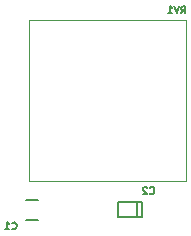
<source format=gbo>
%TF.GenerationSoftware,KiCad,Pcbnew,4.0.4-1.fc24-product*%
%TF.CreationDate,2018-03-01T09:40:41+11:00*%
%TF.ProjectId,BT_STACK,42545F535441434B2E6B696361645F70,rev?*%
%TF.FileFunction,Legend,Bot*%
%FSLAX46Y46*%
G04 Gerber Fmt 4.6, Leading zero omitted, Abs format (unit mm)*
G04 Created by KiCad (PCBNEW 4.0.4-1.fc24-product) date Thu Mar  1 09:40:41 2018*
%MOMM*%
%LPD*%
G01*
G04 APERTURE LIST*
%ADD10C,0.100000*%
%ADD11C,0.150000*%
%ADD12C,0.120000*%
G04 APERTURE END LIST*
D10*
D11*
X145250000Y-86150000D02*
X146250000Y-86150000D01*
X146250000Y-87850000D02*
X145250000Y-87850000D01*
X154635000Y-87635000D02*
X154635000Y-86365000D01*
X152984000Y-87635000D02*
X152984000Y-86365000D01*
X152984000Y-86365000D02*
X155016000Y-86365000D01*
X155016000Y-86365000D02*
X155016000Y-87635000D01*
X155016000Y-87635000D02*
X152984000Y-87635000D01*
D12*
X158750000Y-84560000D02*
X158750000Y-70940000D01*
X145440000Y-84560000D02*
X145440000Y-70940000D01*
X158750000Y-84560000D02*
X145440000Y-84560000D01*
X158750000Y-70940000D02*
X145440000Y-70940000D01*
D11*
X144050000Y-88614286D02*
X144078571Y-88642857D01*
X144164285Y-88671429D01*
X144221428Y-88671429D01*
X144307143Y-88642857D01*
X144364285Y-88585714D01*
X144392857Y-88528571D01*
X144421428Y-88414286D01*
X144421428Y-88328571D01*
X144392857Y-88214286D01*
X144364285Y-88157143D01*
X144307143Y-88100000D01*
X144221428Y-88071429D01*
X144164285Y-88071429D01*
X144078571Y-88100000D01*
X144050000Y-88128571D01*
X143478571Y-88671429D02*
X143821428Y-88671429D01*
X143650000Y-88671429D02*
X143650000Y-88071429D01*
X143707143Y-88157143D01*
X143764285Y-88214286D01*
X143821428Y-88242857D01*
X155700000Y-85614286D02*
X155728571Y-85642857D01*
X155814285Y-85671429D01*
X155871428Y-85671429D01*
X155957143Y-85642857D01*
X156014285Y-85585714D01*
X156042857Y-85528571D01*
X156071428Y-85414286D01*
X156071428Y-85328571D01*
X156042857Y-85214286D01*
X156014285Y-85157143D01*
X155957143Y-85100000D01*
X155871428Y-85071429D01*
X155814285Y-85071429D01*
X155728571Y-85100000D01*
X155700000Y-85128571D01*
X155471428Y-85128571D02*
X155442857Y-85100000D01*
X155385714Y-85071429D01*
X155242857Y-85071429D01*
X155185714Y-85100000D01*
X155157143Y-85128571D01*
X155128571Y-85185714D01*
X155128571Y-85242857D01*
X155157143Y-85328571D01*
X155500000Y-85671429D01*
X155128571Y-85671429D01*
X158357143Y-70371429D02*
X158557143Y-70085714D01*
X158700000Y-70371429D02*
X158700000Y-69771429D01*
X158471428Y-69771429D01*
X158414286Y-69800000D01*
X158385714Y-69828571D01*
X158357143Y-69885714D01*
X158357143Y-69971429D01*
X158385714Y-70028571D01*
X158414286Y-70057143D01*
X158471428Y-70085714D01*
X158700000Y-70085714D01*
X158185714Y-69771429D02*
X157985714Y-70371429D01*
X157785714Y-69771429D01*
X157271428Y-70371429D02*
X157614285Y-70371429D01*
X157442857Y-70371429D02*
X157442857Y-69771429D01*
X157500000Y-69857143D01*
X157557142Y-69914286D01*
X157614285Y-69942857D01*
M02*

</source>
